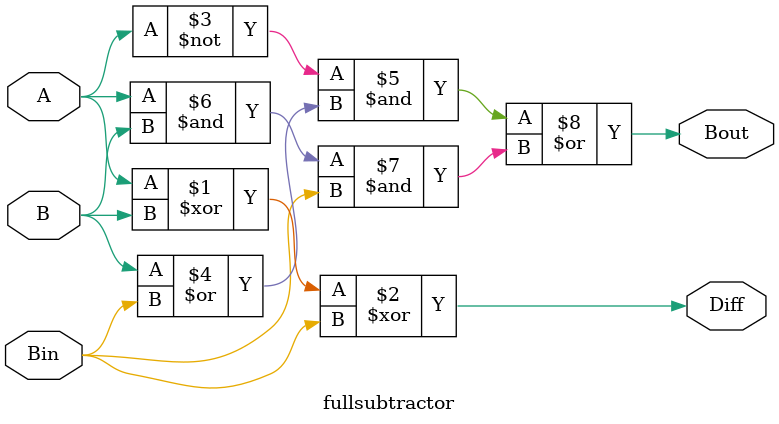
<source format=v>
module fullsubtractor(input A, B, Bin, output Diff, Bout);

assign Diff = A ^ B ^ Bin;
assign Bout = (~A & (B | Bin)) | (A & B & Bin);

endmodule

</source>
